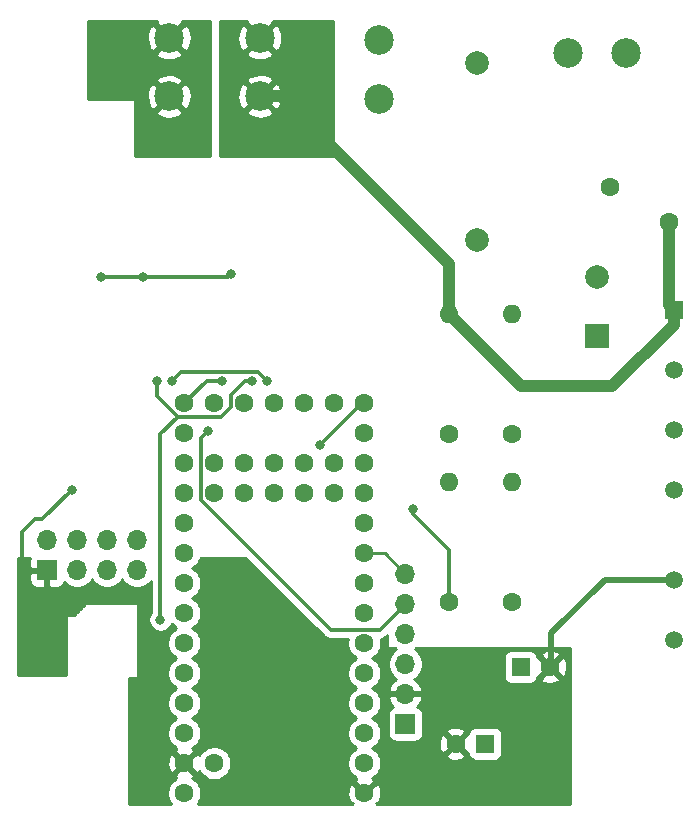
<source format=gbl>
G04 #@! TF.GenerationSoftware,KiCad,Pcbnew,(5.1.10-1-10_14)*
G04 #@! TF.CreationDate,2021-07-31T12:24:41+02:00*
G04 #@! TF.ProjectId,PowerAnalyzer_ACS71020,506f7765-7241-46e6-916c-797a65725f41,2.1*
G04 #@! TF.SameCoordinates,Original*
G04 #@! TF.FileFunction,Copper,L2,Bot*
G04 #@! TF.FilePolarity,Positive*
%FSLAX46Y46*%
G04 Gerber Fmt 4.6, Leading zero omitted, Abs format (unit mm)*
G04 Created by KiCad (PCBNEW (5.1.10-1-10_14)) date 2021-07-31 12:24:41*
%MOMM*%
%LPD*%
G01*
G04 APERTURE LIST*
G04 #@! TA.AperFunction,ComponentPad*
%ADD10O,1.700000X1.700000*%
G04 #@! TD*
G04 #@! TA.AperFunction,ComponentPad*
%ADD11R,1.700000X1.700000*%
G04 #@! TD*
G04 #@! TA.AperFunction,ComponentPad*
%ADD12C,1.600000*%
G04 #@! TD*
G04 #@! TA.AperFunction,ComponentPad*
%ADD13C,2.000000*%
G04 #@! TD*
G04 #@! TA.AperFunction,ComponentPad*
%ADD14R,1.508000X1.508000*%
G04 #@! TD*
G04 #@! TA.AperFunction,ComponentPad*
%ADD15C,1.508000*%
G04 #@! TD*
G04 #@! TA.AperFunction,ComponentPad*
%ADD16C,2.500000*%
G04 #@! TD*
G04 #@! TA.AperFunction,ComponentPad*
%ADD17R,2.000000X2.000000*%
G04 #@! TD*
G04 #@! TA.AperFunction,ComponentPad*
%ADD18O,1.600000X1.600000*%
G04 #@! TD*
G04 #@! TA.AperFunction,ComponentPad*
%ADD19R,1.600000X1.600000*%
G04 #@! TD*
G04 #@! TA.AperFunction,ViaPad*
%ADD20C,0.800000*%
G04 #@! TD*
G04 #@! TA.AperFunction,Conductor*
%ADD21C,0.500000*%
G04 #@! TD*
G04 #@! TA.AperFunction,Conductor*
%ADD22C,0.300000*%
G04 #@! TD*
G04 #@! TA.AperFunction,Conductor*
%ADD23C,0.250000*%
G04 #@! TD*
G04 #@! TA.AperFunction,Conductor*
%ADD24C,1.000000*%
G04 #@! TD*
G04 #@! TA.AperFunction,Conductor*
%ADD25C,0.254000*%
G04 #@! TD*
G04 #@! TA.AperFunction,Conductor*
%ADD26C,0.100000*%
G04 #@! TD*
G04 APERTURE END LIST*
D10*
X100000000Y-168380000D03*
X100000000Y-170920000D03*
X100000000Y-173460000D03*
X100000000Y-176000000D03*
X100000000Y-178540000D03*
D11*
X100000000Y-181080000D03*
D12*
X93980000Y-161544000D03*
X93980000Y-159004000D03*
X91440000Y-161544000D03*
X91440000Y-159004000D03*
X88900000Y-161544000D03*
X88900000Y-159004000D03*
X86360000Y-161544000D03*
X86360000Y-159004000D03*
X83820000Y-161544000D03*
X83820000Y-159004000D03*
X96520000Y-186944000D03*
X96520000Y-184404000D03*
X96520000Y-181864000D03*
X96520000Y-179324000D03*
X96520000Y-176784000D03*
X96520000Y-174244000D03*
X96520000Y-171704000D03*
X96520000Y-169164000D03*
X96520000Y-166624000D03*
X96520000Y-164084000D03*
X96520000Y-161544000D03*
X96520000Y-159004000D03*
X96520000Y-156464000D03*
X83820000Y-184404000D03*
X81280000Y-186944000D03*
X81280000Y-184404000D03*
X81280000Y-181864000D03*
X81280000Y-179324000D03*
X81280000Y-176784000D03*
X81280000Y-174244000D03*
X81280000Y-171704000D03*
X81280000Y-169164000D03*
X81280000Y-166624000D03*
X81280000Y-164084000D03*
X81280000Y-161544000D03*
X81280000Y-159004000D03*
X81280000Y-156464000D03*
X96520000Y-153924000D03*
X93980000Y-153924000D03*
X91440000Y-153924000D03*
X81280000Y-153924000D03*
X83820000Y-153924000D03*
X86360000Y-153924000D03*
X88900000Y-153924000D03*
D10*
X77270000Y-165530000D03*
X77270000Y-168070000D03*
X74730000Y-165530000D03*
X74730000Y-168070000D03*
X72190000Y-165530000D03*
X72190000Y-168070000D03*
X69650000Y-165530000D03*
D11*
X69650000Y-168070000D03*
D13*
X106045000Y-125088000D03*
X106045000Y-140088000D03*
D14*
X122700000Y-146000000D03*
D15*
X122700000Y-151080000D03*
X122700000Y-156160000D03*
X122700000Y-161240000D03*
X122700000Y-168860000D03*
X122700000Y-173940000D03*
D16*
X113730000Y-124265000D03*
X118680000Y-124265000D03*
D13*
X116205000Y-143193000D03*
D17*
X116205000Y-148193000D03*
D16*
X97790000Y-128140000D03*
X97790000Y-123190000D03*
X87668100Y-127936800D03*
X87668100Y-122986800D03*
X80010000Y-122999500D03*
X80010000Y-127949500D03*
D18*
X109000000Y-146389000D03*
D12*
X109000000Y-156549000D03*
X103660000Y-156549000D03*
D18*
X103660000Y-146389000D03*
D12*
X109000000Y-170750000D03*
D18*
X109000000Y-160590000D03*
X103660000Y-160613000D03*
D12*
X103660000Y-170773000D03*
X117300000Y-135600000D03*
X122300000Y-138600000D03*
D19*
X109750000Y-176250000D03*
D12*
X112250000Y-176250000D03*
X104250000Y-182750000D03*
D19*
X106750000Y-182750000D03*
D20*
X88250000Y-152000000D03*
X80250000Y-152000000D03*
X71750000Y-161250000D03*
X100625000Y-162875000D03*
X77750000Y-143250000D03*
X85250000Y-143000000D03*
X74250000Y-143250000D03*
X82804000Y-124968000D03*
X82804000Y-126492000D03*
X82804000Y-128016000D03*
X82804000Y-123444000D03*
X82804000Y-121920000D03*
X78232000Y-125730000D03*
X79000000Y-152000000D03*
X87000000Y-152000000D03*
X79250000Y-172250000D03*
X84900000Y-121900000D03*
X84900000Y-123400000D03*
X84900000Y-125000000D03*
X84900000Y-126500000D03*
X84900000Y-128000000D03*
X84500000Y-152000000D03*
X83250000Y-156250000D03*
X92750000Y-157500000D03*
D21*
X112355000Y-173395000D02*
X112355000Y-176403000D01*
X116890000Y-168860000D02*
X122700000Y-168860000D01*
X112355000Y-173395000D02*
X116890000Y-168860000D01*
D22*
X81000001Y-151249999D02*
X80250000Y-152000000D01*
X88250000Y-152000000D02*
X87499999Y-151249999D01*
X87499999Y-151249999D02*
X81000001Y-151249999D01*
X67500000Y-164855000D02*
X67500000Y-167250000D01*
X68320000Y-168070000D02*
X69650000Y-168070000D01*
X67500000Y-167250000D02*
X68320000Y-168070000D01*
X71750000Y-161250000D02*
X69250000Y-163750000D01*
X68605000Y-163750000D02*
X67500000Y-164855000D01*
X69250000Y-163750000D02*
X68605000Y-163750000D01*
X103660000Y-170773000D02*
X103660000Y-166360000D01*
D23*
X100625000Y-163325000D02*
X100625000Y-162875000D01*
D22*
X103660000Y-166360000D02*
X100625000Y-163325000D01*
X85000000Y-143250000D02*
X85250000Y-143000000D01*
X77750000Y-143250000D02*
X85000000Y-143250000D01*
X77750000Y-143250000D02*
X74250000Y-143250000D01*
X86434315Y-152000000D02*
X87000000Y-152000000D01*
X85209999Y-153224316D02*
X86434315Y-152000000D01*
X79000000Y-152000000D02*
X79000000Y-153346002D01*
X80727999Y-155074001D02*
X84372001Y-155074001D01*
X84372001Y-155074001D02*
X85209999Y-154236003D01*
X85209999Y-154236003D02*
X85209999Y-153224316D01*
X79250000Y-156552000D02*
X79250000Y-172250000D01*
X80727999Y-155074001D02*
X79250000Y-156552000D01*
X79000000Y-153346002D02*
X80727999Y-155074001D01*
D24*
X89435866Y-127936800D02*
X103660000Y-142160934D01*
X87668100Y-127936800D02*
X89435866Y-127936800D01*
X103660000Y-142160934D02*
X103660000Y-146389000D01*
X122300000Y-145600000D02*
X122700000Y-146000000D01*
X122300000Y-138600000D02*
X122300000Y-145600000D01*
X122700000Y-146000000D02*
X122700000Y-147300000D01*
X122700000Y-147300000D02*
X117500000Y-152500000D01*
X109771000Y-152500000D02*
X103660000Y-146389000D01*
X117500000Y-152500000D02*
X109771000Y-152500000D01*
D22*
X81280000Y-153924000D02*
X83204000Y-152000000D01*
X83204000Y-152000000D02*
X84500000Y-152000000D01*
X93667997Y-173093999D02*
X97843999Y-173093999D01*
X82669999Y-162096001D02*
X93667997Y-173093999D01*
X82669999Y-156830001D02*
X82669999Y-162096001D01*
X83250000Y-156250000D02*
X82669999Y-156830001D01*
D23*
X97843999Y-173076001D02*
X100000000Y-170920000D01*
X97843999Y-173093999D02*
X97843999Y-173076001D01*
D22*
X96326000Y-153924000D02*
X96520000Y-153924000D01*
X92750000Y-157500000D02*
X96326000Y-153924000D01*
D23*
X98244000Y-166624000D02*
X100000000Y-168380000D01*
X96520000Y-166624000D02*
X98244000Y-166624000D01*
D25*
X86534100Y-121673195D02*
X87668100Y-122807195D01*
X88802100Y-121673195D01*
X88743829Y-121539000D01*
X93873000Y-121539000D01*
X93873000Y-132969000D01*
X84328000Y-132969000D01*
X84328000Y-129250405D01*
X86534100Y-129250405D01*
X86660014Y-129540377D01*
X86992226Y-129706233D01*
X87350412Y-129804090D01*
X87720806Y-129830189D01*
X88089175Y-129783525D01*
X88441362Y-129665894D01*
X88676186Y-129540377D01*
X88802100Y-129250405D01*
X87668100Y-128116405D01*
X86534100Y-129250405D01*
X84328000Y-129250405D01*
X84328000Y-127989506D01*
X85774711Y-127989506D01*
X85821375Y-128357875D01*
X85939006Y-128710062D01*
X86064523Y-128944886D01*
X86354495Y-129070800D01*
X87488495Y-127936800D01*
X87847705Y-127936800D01*
X88981705Y-129070800D01*
X89271677Y-128944886D01*
X89437533Y-128612674D01*
X89535390Y-128254488D01*
X89561489Y-127884094D01*
X89514825Y-127515725D01*
X89397194Y-127163538D01*
X89271677Y-126928714D01*
X88981705Y-126802800D01*
X87847705Y-127936800D01*
X87488495Y-127936800D01*
X86354495Y-126802800D01*
X86064523Y-126928714D01*
X85898667Y-127260926D01*
X85800810Y-127619112D01*
X85774711Y-127989506D01*
X84328000Y-127989506D01*
X84328000Y-126623195D01*
X86534100Y-126623195D01*
X87668100Y-127757195D01*
X88802100Y-126623195D01*
X88676186Y-126333223D01*
X88343974Y-126167367D01*
X87985788Y-126069510D01*
X87615394Y-126043411D01*
X87247025Y-126090075D01*
X86894838Y-126207706D01*
X86660014Y-126333223D01*
X86534100Y-126623195D01*
X84328000Y-126623195D01*
X84328000Y-124300405D01*
X86534100Y-124300405D01*
X86660014Y-124590377D01*
X86992226Y-124756233D01*
X87350412Y-124854090D01*
X87720806Y-124880189D01*
X88089175Y-124833525D01*
X88441362Y-124715894D01*
X88676186Y-124590377D01*
X88802100Y-124300405D01*
X87668100Y-123166405D01*
X86534100Y-124300405D01*
X84328000Y-124300405D01*
X84328000Y-123039506D01*
X85774711Y-123039506D01*
X85821375Y-123407875D01*
X85939006Y-123760062D01*
X86064523Y-123994886D01*
X86354495Y-124120800D01*
X87488495Y-122986800D01*
X87847705Y-122986800D01*
X88981705Y-124120800D01*
X89271677Y-123994886D01*
X89437533Y-123662674D01*
X89535390Y-123304488D01*
X89561489Y-122934094D01*
X89514825Y-122565725D01*
X89397194Y-122213538D01*
X89271677Y-121978714D01*
X88981705Y-121852800D01*
X87847705Y-122986800D01*
X87488495Y-122986800D01*
X86354495Y-121852800D01*
X86064523Y-121978714D01*
X85898667Y-122310926D01*
X85800810Y-122669112D01*
X85774711Y-123039506D01*
X84328000Y-123039506D01*
X84328000Y-121539000D01*
X86592371Y-121539000D01*
X86534100Y-121673195D01*
G04 #@! TA.AperFunction,Conductor*
D26*
G36*
X86534100Y-121673195D02*
G01*
X87668100Y-122807195D01*
X88802100Y-121673195D01*
X88743829Y-121539000D01*
X93873000Y-121539000D01*
X93873000Y-132969000D01*
X84328000Y-132969000D01*
X84328000Y-129250405D01*
X86534100Y-129250405D01*
X86660014Y-129540377D01*
X86992226Y-129706233D01*
X87350412Y-129804090D01*
X87720806Y-129830189D01*
X88089175Y-129783525D01*
X88441362Y-129665894D01*
X88676186Y-129540377D01*
X88802100Y-129250405D01*
X87668100Y-128116405D01*
X86534100Y-129250405D01*
X84328000Y-129250405D01*
X84328000Y-127989506D01*
X85774711Y-127989506D01*
X85821375Y-128357875D01*
X85939006Y-128710062D01*
X86064523Y-128944886D01*
X86354495Y-129070800D01*
X87488495Y-127936800D01*
X87847705Y-127936800D01*
X88981705Y-129070800D01*
X89271677Y-128944886D01*
X89437533Y-128612674D01*
X89535390Y-128254488D01*
X89561489Y-127884094D01*
X89514825Y-127515725D01*
X89397194Y-127163538D01*
X89271677Y-126928714D01*
X88981705Y-126802800D01*
X87847705Y-127936800D01*
X87488495Y-127936800D01*
X86354495Y-126802800D01*
X86064523Y-126928714D01*
X85898667Y-127260926D01*
X85800810Y-127619112D01*
X85774711Y-127989506D01*
X84328000Y-127989506D01*
X84328000Y-126623195D01*
X86534100Y-126623195D01*
X87668100Y-127757195D01*
X88802100Y-126623195D01*
X88676186Y-126333223D01*
X88343974Y-126167367D01*
X87985788Y-126069510D01*
X87615394Y-126043411D01*
X87247025Y-126090075D01*
X86894838Y-126207706D01*
X86660014Y-126333223D01*
X86534100Y-126623195D01*
X84328000Y-126623195D01*
X84328000Y-124300405D01*
X86534100Y-124300405D01*
X86660014Y-124590377D01*
X86992226Y-124756233D01*
X87350412Y-124854090D01*
X87720806Y-124880189D01*
X88089175Y-124833525D01*
X88441362Y-124715894D01*
X88676186Y-124590377D01*
X88802100Y-124300405D01*
X87668100Y-123166405D01*
X86534100Y-124300405D01*
X84328000Y-124300405D01*
X84328000Y-123039506D01*
X85774711Y-123039506D01*
X85821375Y-123407875D01*
X85939006Y-123760062D01*
X86064523Y-123994886D01*
X86354495Y-124120800D01*
X87488495Y-122986800D01*
X87847705Y-122986800D01*
X88981705Y-124120800D01*
X89271677Y-123994886D01*
X89437533Y-123662674D01*
X89535390Y-123304488D01*
X89561489Y-122934094D01*
X89514825Y-122565725D01*
X89397194Y-122213538D01*
X89271677Y-121978714D01*
X88981705Y-121852800D01*
X87847705Y-122986800D01*
X87488495Y-122986800D01*
X86354495Y-121852800D01*
X86064523Y-121978714D01*
X85898667Y-122310926D01*
X85800810Y-122669112D01*
X85774711Y-123039506D01*
X84328000Y-123039506D01*
X84328000Y-121539000D01*
X86592371Y-121539000D01*
X86534100Y-121673195D01*
G37*
G04 #@! TD.AperFunction*
D25*
X78940546Y-121537249D02*
X78876000Y-121685895D01*
X80010000Y-122819895D01*
X81144000Y-121685895D01*
X81079805Y-121538059D01*
X83439000Y-121538952D01*
X83439000Y-132968952D01*
X77127000Y-132966562D01*
X77127000Y-129263105D01*
X78876000Y-129263105D01*
X79001914Y-129553077D01*
X79334126Y-129718933D01*
X79692312Y-129816790D01*
X80062706Y-129842889D01*
X80431075Y-129796225D01*
X80783262Y-129678594D01*
X81018086Y-129553077D01*
X81144000Y-129263105D01*
X80010000Y-128129105D01*
X78876000Y-129263105D01*
X77127000Y-129263105D01*
X77127000Y-128250000D01*
X77124560Y-128225224D01*
X77117333Y-128201399D01*
X77105597Y-128179443D01*
X77089803Y-128160197D01*
X77070557Y-128144403D01*
X77048601Y-128132667D01*
X77024776Y-128125440D01*
X77000000Y-128123000D01*
X73127000Y-128123000D01*
X73127000Y-128002206D01*
X78116611Y-128002206D01*
X78163275Y-128370575D01*
X78280906Y-128722762D01*
X78406423Y-128957586D01*
X78696395Y-129083500D01*
X79830395Y-127949500D01*
X80189605Y-127949500D01*
X81323605Y-129083500D01*
X81613577Y-128957586D01*
X81779433Y-128625374D01*
X81877290Y-128267188D01*
X81903389Y-127896794D01*
X81856725Y-127528425D01*
X81739094Y-127176238D01*
X81613577Y-126941414D01*
X81323605Y-126815500D01*
X80189605Y-127949500D01*
X79830395Y-127949500D01*
X78696395Y-126815500D01*
X78406423Y-126941414D01*
X78240567Y-127273626D01*
X78142710Y-127631812D01*
X78116611Y-128002206D01*
X73127000Y-128002206D01*
X73127000Y-126635895D01*
X78876000Y-126635895D01*
X80010000Y-127769895D01*
X81144000Y-126635895D01*
X81018086Y-126345923D01*
X80685874Y-126180067D01*
X80327688Y-126082210D01*
X79957294Y-126056111D01*
X79588925Y-126102775D01*
X79236738Y-126220406D01*
X79001914Y-126345923D01*
X78876000Y-126635895D01*
X73127000Y-126635895D01*
X73127000Y-124313105D01*
X78876000Y-124313105D01*
X79001914Y-124603077D01*
X79334126Y-124768933D01*
X79692312Y-124866790D01*
X80062706Y-124892889D01*
X80431075Y-124846225D01*
X80783262Y-124728594D01*
X81018086Y-124603077D01*
X81144000Y-124313105D01*
X80010000Y-123179105D01*
X78876000Y-124313105D01*
X73127000Y-124313105D01*
X73127000Y-123052206D01*
X78116611Y-123052206D01*
X78163275Y-123420575D01*
X78280906Y-123772762D01*
X78406423Y-124007586D01*
X78696395Y-124133500D01*
X79830395Y-122999500D01*
X80189605Y-122999500D01*
X81323605Y-124133500D01*
X81613577Y-124007586D01*
X81779433Y-123675374D01*
X81877290Y-123317188D01*
X81903389Y-122946794D01*
X81856725Y-122578425D01*
X81739094Y-122226238D01*
X81613577Y-121991414D01*
X81323605Y-121865500D01*
X80189605Y-122999500D01*
X79830395Y-122999500D01*
X78696395Y-121865500D01*
X78406423Y-121991414D01*
X78240567Y-122323626D01*
X78142710Y-122681812D01*
X78116611Y-123052206D01*
X73127000Y-123052206D01*
X73127000Y-121535048D01*
X78940546Y-121537249D01*
G04 #@! TA.AperFunction,Conductor*
D26*
G36*
X78940546Y-121537249D02*
G01*
X78876000Y-121685895D01*
X80010000Y-122819895D01*
X81144000Y-121685895D01*
X81079805Y-121538059D01*
X83439000Y-121538952D01*
X83439000Y-132968952D01*
X77127000Y-132966562D01*
X77127000Y-129263105D01*
X78876000Y-129263105D01*
X79001914Y-129553077D01*
X79334126Y-129718933D01*
X79692312Y-129816790D01*
X80062706Y-129842889D01*
X80431075Y-129796225D01*
X80783262Y-129678594D01*
X81018086Y-129553077D01*
X81144000Y-129263105D01*
X80010000Y-128129105D01*
X78876000Y-129263105D01*
X77127000Y-129263105D01*
X77127000Y-128250000D01*
X77124560Y-128225224D01*
X77117333Y-128201399D01*
X77105597Y-128179443D01*
X77089803Y-128160197D01*
X77070557Y-128144403D01*
X77048601Y-128132667D01*
X77024776Y-128125440D01*
X77000000Y-128123000D01*
X73127000Y-128123000D01*
X73127000Y-128002206D01*
X78116611Y-128002206D01*
X78163275Y-128370575D01*
X78280906Y-128722762D01*
X78406423Y-128957586D01*
X78696395Y-129083500D01*
X79830395Y-127949500D01*
X80189605Y-127949500D01*
X81323605Y-129083500D01*
X81613577Y-128957586D01*
X81779433Y-128625374D01*
X81877290Y-128267188D01*
X81903389Y-127896794D01*
X81856725Y-127528425D01*
X81739094Y-127176238D01*
X81613577Y-126941414D01*
X81323605Y-126815500D01*
X80189605Y-127949500D01*
X79830395Y-127949500D01*
X78696395Y-126815500D01*
X78406423Y-126941414D01*
X78240567Y-127273626D01*
X78142710Y-127631812D01*
X78116611Y-128002206D01*
X73127000Y-128002206D01*
X73127000Y-126635895D01*
X78876000Y-126635895D01*
X80010000Y-127769895D01*
X81144000Y-126635895D01*
X81018086Y-126345923D01*
X80685874Y-126180067D01*
X80327688Y-126082210D01*
X79957294Y-126056111D01*
X79588925Y-126102775D01*
X79236738Y-126220406D01*
X79001914Y-126345923D01*
X78876000Y-126635895D01*
X73127000Y-126635895D01*
X73127000Y-124313105D01*
X78876000Y-124313105D01*
X79001914Y-124603077D01*
X79334126Y-124768933D01*
X79692312Y-124866790D01*
X80062706Y-124892889D01*
X80431075Y-124846225D01*
X80783262Y-124728594D01*
X81018086Y-124603077D01*
X81144000Y-124313105D01*
X80010000Y-123179105D01*
X78876000Y-124313105D01*
X73127000Y-124313105D01*
X73127000Y-123052206D01*
X78116611Y-123052206D01*
X78163275Y-123420575D01*
X78280906Y-123772762D01*
X78406423Y-124007586D01*
X78696395Y-124133500D01*
X79830395Y-122999500D01*
X80189605Y-122999500D01*
X81323605Y-124133500D01*
X81613577Y-124007586D01*
X81779433Y-123675374D01*
X81877290Y-123317188D01*
X81903389Y-122946794D01*
X81856725Y-122578425D01*
X81739094Y-122226238D01*
X81613577Y-121991414D01*
X81323605Y-121865500D01*
X80189605Y-122999500D01*
X79830395Y-122999500D01*
X78696395Y-121865500D01*
X78406423Y-121991414D01*
X78240567Y-122323626D01*
X78142710Y-122681812D01*
X78116611Y-123052206D01*
X73127000Y-123052206D01*
X73127000Y-121535048D01*
X78940546Y-121537249D01*
G37*
G04 #@! TD.AperFunction*
D25*
X68174188Y-167095518D02*
X68161928Y-167220000D01*
X68165000Y-167784250D01*
X68323750Y-167943000D01*
X69523000Y-167943000D01*
X69523000Y-167923000D01*
X69777000Y-167923000D01*
X69777000Y-167943000D01*
X69797000Y-167943000D01*
X69797000Y-168197000D01*
X69777000Y-168197000D01*
X69777000Y-169396250D01*
X69935750Y-169555000D01*
X70500000Y-169558072D01*
X70624482Y-169545812D01*
X70744180Y-169509502D01*
X70854494Y-169450537D01*
X70951185Y-169371185D01*
X71030537Y-169274494D01*
X71089502Y-169164180D01*
X71111513Y-169091620D01*
X71243368Y-169223475D01*
X71486589Y-169385990D01*
X71756842Y-169497932D01*
X72043740Y-169555000D01*
X72336260Y-169555000D01*
X72623158Y-169497932D01*
X72893411Y-169385990D01*
X73136632Y-169223475D01*
X73343475Y-169016632D01*
X73460000Y-168842240D01*
X73576525Y-169016632D01*
X73783368Y-169223475D01*
X74026589Y-169385990D01*
X74296842Y-169497932D01*
X74583740Y-169555000D01*
X74876260Y-169555000D01*
X75163158Y-169497932D01*
X75433411Y-169385990D01*
X75676632Y-169223475D01*
X75883475Y-169016632D01*
X76000000Y-168842240D01*
X76116525Y-169016632D01*
X76323368Y-169223475D01*
X76566589Y-169385990D01*
X76836842Y-169497932D01*
X77123740Y-169555000D01*
X77416260Y-169555000D01*
X77703158Y-169497932D01*
X77973411Y-169385990D01*
X78216632Y-169223475D01*
X78423475Y-169016632D01*
X78465001Y-168954484D01*
X78465001Y-171571288D01*
X78446063Y-171590226D01*
X78332795Y-171759744D01*
X78254774Y-171948102D01*
X78215000Y-172148061D01*
X78215000Y-172351939D01*
X78254774Y-172551898D01*
X78332795Y-172740256D01*
X78446063Y-172909774D01*
X78590226Y-173053937D01*
X78759744Y-173167205D01*
X78948102Y-173245226D01*
X79148061Y-173285000D01*
X79351939Y-173285000D01*
X79551898Y-173245226D01*
X79740256Y-173167205D01*
X79909774Y-173053937D01*
X80053937Y-172909774D01*
X80167205Y-172740256D01*
X80202251Y-172655647D01*
X80365241Y-172818637D01*
X80597759Y-172974000D01*
X80365241Y-173129363D01*
X80165363Y-173329241D01*
X80008320Y-173564273D01*
X79900147Y-173825426D01*
X79845000Y-174102665D01*
X79845000Y-174385335D01*
X79900147Y-174662574D01*
X80008320Y-174923727D01*
X80165363Y-175158759D01*
X80365241Y-175358637D01*
X80597759Y-175514000D01*
X80365241Y-175669363D01*
X80165363Y-175869241D01*
X80008320Y-176104273D01*
X79900147Y-176365426D01*
X79845000Y-176642665D01*
X79845000Y-176925335D01*
X79900147Y-177202574D01*
X80008320Y-177463727D01*
X80165363Y-177698759D01*
X80365241Y-177898637D01*
X80597759Y-178054000D01*
X80365241Y-178209363D01*
X80165363Y-178409241D01*
X80008320Y-178644273D01*
X79900147Y-178905426D01*
X79845000Y-179182665D01*
X79845000Y-179465335D01*
X79900147Y-179742574D01*
X80008320Y-180003727D01*
X80165363Y-180238759D01*
X80365241Y-180438637D01*
X80597759Y-180594000D01*
X80365241Y-180749363D01*
X80165363Y-180949241D01*
X80008320Y-181184273D01*
X79900147Y-181445426D01*
X79845000Y-181722665D01*
X79845000Y-182005335D01*
X79900147Y-182282574D01*
X80008320Y-182543727D01*
X80165363Y-182778759D01*
X80365241Y-182978637D01*
X80599128Y-183134915D01*
X80538486Y-183167329D01*
X80466903Y-183411298D01*
X81280000Y-184224395D01*
X82093097Y-183411298D01*
X82021514Y-183167329D01*
X81957008Y-183136806D01*
X81959727Y-183135680D01*
X82194759Y-182978637D01*
X82394637Y-182778759D01*
X82551680Y-182543727D01*
X82659853Y-182282574D01*
X82715000Y-182005335D01*
X82715000Y-181722665D01*
X82659853Y-181445426D01*
X82551680Y-181184273D01*
X82394637Y-180949241D01*
X82194759Y-180749363D01*
X81962241Y-180594000D01*
X82194759Y-180438637D01*
X82394637Y-180238759D01*
X82551680Y-180003727D01*
X82659853Y-179742574D01*
X82715000Y-179465335D01*
X82715000Y-179182665D01*
X82659853Y-178905426D01*
X82551680Y-178644273D01*
X82394637Y-178409241D01*
X82194759Y-178209363D01*
X81962241Y-178054000D01*
X82194759Y-177898637D01*
X82394637Y-177698759D01*
X82551680Y-177463727D01*
X82659853Y-177202574D01*
X82715000Y-176925335D01*
X82715000Y-176642665D01*
X82659853Y-176365426D01*
X82551680Y-176104273D01*
X82394637Y-175869241D01*
X82194759Y-175669363D01*
X81962241Y-175514000D01*
X82194759Y-175358637D01*
X82394637Y-175158759D01*
X82551680Y-174923727D01*
X82659853Y-174662574D01*
X82715000Y-174385335D01*
X82715000Y-174102665D01*
X82659853Y-173825426D01*
X82551680Y-173564273D01*
X82394637Y-173329241D01*
X82194759Y-173129363D01*
X81962241Y-172974000D01*
X82194759Y-172818637D01*
X82394637Y-172618759D01*
X82551680Y-172383727D01*
X82659853Y-172122574D01*
X82715000Y-171845335D01*
X82715000Y-171562665D01*
X82659853Y-171285426D01*
X82551680Y-171024273D01*
X82394637Y-170789241D01*
X82194759Y-170589363D01*
X81962241Y-170434000D01*
X82194759Y-170278637D01*
X82394637Y-170078759D01*
X82551680Y-169843727D01*
X82659853Y-169582574D01*
X82715000Y-169305335D01*
X82715000Y-169022665D01*
X82659853Y-168745426D01*
X82551680Y-168484273D01*
X82394637Y-168249241D01*
X82194759Y-168049363D01*
X81962241Y-167894000D01*
X82194759Y-167738637D01*
X82394637Y-167538759D01*
X82551680Y-167303727D01*
X82659853Y-167042574D01*
X82670170Y-166990709D01*
X86456047Y-166992206D01*
X93085655Y-173621815D01*
X93110233Y-173651763D01*
X93140181Y-173676341D01*
X93140184Y-173676344D01*
X93169556Y-173700449D01*
X93229764Y-173749861D01*
X93350405Y-173814344D01*
X93366137Y-173822753D01*
X93514110Y-173867641D01*
X93589023Y-173875019D01*
X93629436Y-173878999D01*
X93629441Y-173878999D01*
X93667997Y-173882796D01*
X93706552Y-173878999D01*
X95129491Y-173878999D01*
X95085000Y-174102665D01*
X95085000Y-174385335D01*
X95140147Y-174662574D01*
X95248320Y-174923727D01*
X95405363Y-175158759D01*
X95605241Y-175358637D01*
X95837759Y-175514000D01*
X95605241Y-175669363D01*
X95405363Y-175869241D01*
X95248320Y-176104273D01*
X95140147Y-176365426D01*
X95085000Y-176642665D01*
X95085000Y-176925335D01*
X95140147Y-177202574D01*
X95248320Y-177463727D01*
X95405363Y-177698759D01*
X95605241Y-177898637D01*
X95837759Y-178054000D01*
X95605241Y-178209363D01*
X95405363Y-178409241D01*
X95248320Y-178644273D01*
X95140147Y-178905426D01*
X95085000Y-179182665D01*
X95085000Y-179465335D01*
X95140147Y-179742574D01*
X95248320Y-180003727D01*
X95405363Y-180238759D01*
X95605241Y-180438637D01*
X95837759Y-180594000D01*
X95605241Y-180749363D01*
X95405363Y-180949241D01*
X95248320Y-181184273D01*
X95140147Y-181445426D01*
X95085000Y-181722665D01*
X95085000Y-182005335D01*
X95140147Y-182282574D01*
X95248320Y-182543727D01*
X95405363Y-182778759D01*
X95605241Y-182978637D01*
X95837759Y-183134000D01*
X95605241Y-183289363D01*
X95405363Y-183489241D01*
X95248320Y-183724273D01*
X95140147Y-183985426D01*
X95085000Y-184262665D01*
X95085000Y-184545335D01*
X95140147Y-184822574D01*
X95248320Y-185083727D01*
X95405363Y-185318759D01*
X95605241Y-185518637D01*
X95839128Y-185674915D01*
X95778486Y-185707329D01*
X95706903Y-185951298D01*
X96520000Y-186764395D01*
X97333097Y-185951298D01*
X97261514Y-185707329D01*
X97197008Y-185676806D01*
X97199727Y-185675680D01*
X97434759Y-185518637D01*
X97634637Y-185318759D01*
X97791680Y-185083727D01*
X97899853Y-184822574D01*
X97955000Y-184545335D01*
X97955000Y-184262665D01*
X97899853Y-183985426D01*
X97799314Y-183742702D01*
X103436903Y-183742702D01*
X103508486Y-183986671D01*
X103763996Y-184107571D01*
X104038184Y-184176300D01*
X104320512Y-184190217D01*
X104600130Y-184148787D01*
X104866292Y-184053603D01*
X104991514Y-183986671D01*
X105063097Y-183742702D01*
X104250000Y-182929605D01*
X103436903Y-183742702D01*
X97799314Y-183742702D01*
X97791680Y-183724273D01*
X97634637Y-183489241D01*
X97434759Y-183289363D01*
X97202241Y-183134000D01*
X97434759Y-182978637D01*
X97592884Y-182820512D01*
X102809783Y-182820512D01*
X102851213Y-183100130D01*
X102946397Y-183366292D01*
X103013329Y-183491514D01*
X103257298Y-183563097D01*
X104070395Y-182750000D01*
X104429605Y-182750000D01*
X105242702Y-183563097D01*
X105311928Y-183542785D01*
X105311928Y-183550000D01*
X105324188Y-183674482D01*
X105360498Y-183794180D01*
X105419463Y-183904494D01*
X105498815Y-184001185D01*
X105595506Y-184080537D01*
X105705820Y-184139502D01*
X105825518Y-184175812D01*
X105950000Y-184188072D01*
X107550000Y-184188072D01*
X107674482Y-184175812D01*
X107794180Y-184139502D01*
X107904494Y-184080537D01*
X108001185Y-184001185D01*
X108080537Y-183904494D01*
X108139502Y-183794180D01*
X108175812Y-183674482D01*
X108188072Y-183550000D01*
X108188072Y-181950000D01*
X108175812Y-181825518D01*
X108139502Y-181705820D01*
X108080537Y-181595506D01*
X108001185Y-181498815D01*
X107904494Y-181419463D01*
X107794180Y-181360498D01*
X107674482Y-181324188D01*
X107550000Y-181311928D01*
X105950000Y-181311928D01*
X105825518Y-181324188D01*
X105705820Y-181360498D01*
X105595506Y-181419463D01*
X105498815Y-181498815D01*
X105419463Y-181595506D01*
X105360498Y-181705820D01*
X105324188Y-181825518D01*
X105311928Y-181950000D01*
X105311928Y-181957215D01*
X105242702Y-181936903D01*
X104429605Y-182750000D01*
X104070395Y-182750000D01*
X103257298Y-181936903D01*
X103013329Y-182008486D01*
X102892429Y-182263996D01*
X102823700Y-182538184D01*
X102809783Y-182820512D01*
X97592884Y-182820512D01*
X97634637Y-182778759D01*
X97791680Y-182543727D01*
X97899853Y-182282574D01*
X97955000Y-182005335D01*
X97955000Y-181722665D01*
X97899853Y-181445426D01*
X97791680Y-181184273D01*
X97634637Y-180949241D01*
X97434759Y-180749363D01*
X97202241Y-180594000D01*
X97434759Y-180438637D01*
X97634637Y-180238759D01*
X97640489Y-180230000D01*
X98511928Y-180230000D01*
X98511928Y-181930000D01*
X98524188Y-182054482D01*
X98560498Y-182174180D01*
X98619463Y-182284494D01*
X98698815Y-182381185D01*
X98795506Y-182460537D01*
X98905820Y-182519502D01*
X99025518Y-182555812D01*
X99150000Y-182568072D01*
X100850000Y-182568072D01*
X100974482Y-182555812D01*
X101094180Y-182519502D01*
X101204494Y-182460537D01*
X101301185Y-182381185D01*
X101380537Y-182284494D01*
X101439502Y-182174180D01*
X101475812Y-182054482D01*
X101488072Y-181930000D01*
X101488072Y-181757298D01*
X103436903Y-181757298D01*
X104250000Y-182570395D01*
X105063097Y-181757298D01*
X104991514Y-181513329D01*
X104736004Y-181392429D01*
X104461816Y-181323700D01*
X104179488Y-181309783D01*
X103899870Y-181351213D01*
X103633708Y-181446397D01*
X103508486Y-181513329D01*
X103436903Y-181757298D01*
X101488072Y-181757298D01*
X101488072Y-180230000D01*
X101475812Y-180105518D01*
X101439502Y-179985820D01*
X101380537Y-179875506D01*
X101301185Y-179778815D01*
X101204494Y-179699463D01*
X101094180Y-179640498D01*
X101013534Y-179616034D01*
X101097588Y-179540269D01*
X101271641Y-179306920D01*
X101396825Y-179044099D01*
X101441476Y-178896890D01*
X101320155Y-178667000D01*
X100127000Y-178667000D01*
X100127000Y-178687000D01*
X99873000Y-178687000D01*
X99873000Y-178667000D01*
X98679845Y-178667000D01*
X98558524Y-178896890D01*
X98603175Y-179044099D01*
X98728359Y-179306920D01*
X98902412Y-179540269D01*
X98986466Y-179616034D01*
X98905820Y-179640498D01*
X98795506Y-179699463D01*
X98698815Y-179778815D01*
X98619463Y-179875506D01*
X98560498Y-179985820D01*
X98524188Y-180105518D01*
X98511928Y-180230000D01*
X97640489Y-180230000D01*
X97791680Y-180003727D01*
X97899853Y-179742574D01*
X97955000Y-179465335D01*
X97955000Y-179182665D01*
X97899853Y-178905426D01*
X97791680Y-178644273D01*
X97634637Y-178409241D01*
X97434759Y-178209363D01*
X97202241Y-178054000D01*
X97434759Y-177898637D01*
X97634637Y-177698759D01*
X97791680Y-177463727D01*
X97899853Y-177202574D01*
X97955000Y-176925335D01*
X97955000Y-176642665D01*
X97899853Y-176365426D01*
X97791680Y-176104273D01*
X97634637Y-175869241D01*
X97434759Y-175669363D01*
X97202241Y-175514000D01*
X97434759Y-175358637D01*
X97634637Y-175158759D01*
X97791680Y-174923727D01*
X97899853Y-174662574D01*
X97955000Y-174385335D01*
X97955000Y-174102665D01*
X97909972Y-173876299D01*
X97997886Y-173867640D01*
X98145859Y-173822753D01*
X98282232Y-173749861D01*
X98401763Y-173651763D01*
X98470556Y-173567940D01*
X98473000Y-174500333D01*
X98475506Y-174525103D01*
X98482795Y-174548908D01*
X98494589Y-174570834D01*
X98510433Y-174590038D01*
X98529720Y-174605781D01*
X98551707Y-174617460D01*
X98575550Y-174624624D01*
X98600000Y-174627000D01*
X99073610Y-174627000D01*
X99227760Y-174730000D01*
X99053368Y-174846525D01*
X98846525Y-175053368D01*
X98684010Y-175296589D01*
X98572068Y-175566842D01*
X98515000Y-175853740D01*
X98515000Y-176146260D01*
X98572068Y-176433158D01*
X98684010Y-176703411D01*
X98846525Y-176946632D01*
X99053368Y-177153475D01*
X99235534Y-177275195D01*
X99118645Y-177344822D01*
X98902412Y-177539731D01*
X98728359Y-177773080D01*
X98603175Y-178035901D01*
X98558524Y-178183110D01*
X98679845Y-178413000D01*
X99873000Y-178413000D01*
X99873000Y-178393000D01*
X100127000Y-178393000D01*
X100127000Y-178413000D01*
X101320155Y-178413000D01*
X101441476Y-178183110D01*
X101396825Y-178035901D01*
X101271641Y-177773080D01*
X101097588Y-177539731D01*
X100881355Y-177344822D01*
X100764466Y-177275195D01*
X100946632Y-177153475D01*
X101153475Y-176946632D01*
X101315990Y-176703411D01*
X101427932Y-176433158D01*
X101485000Y-176146260D01*
X101485000Y-175853740D01*
X101427932Y-175566842D01*
X101379535Y-175450000D01*
X108311928Y-175450000D01*
X108311928Y-177050000D01*
X108324188Y-177174482D01*
X108360498Y-177294180D01*
X108419463Y-177404494D01*
X108498815Y-177501185D01*
X108595506Y-177580537D01*
X108705820Y-177639502D01*
X108825518Y-177675812D01*
X108950000Y-177688072D01*
X110550000Y-177688072D01*
X110674482Y-177675812D01*
X110794180Y-177639502D01*
X110904494Y-177580537D01*
X111001185Y-177501185D01*
X111080537Y-177404494D01*
X111139502Y-177294180D01*
X111155117Y-177242702D01*
X111436903Y-177242702D01*
X111508486Y-177486671D01*
X111763996Y-177607571D01*
X112038184Y-177676300D01*
X112320512Y-177690217D01*
X112600130Y-177648787D01*
X112866292Y-177553603D01*
X112991514Y-177486671D01*
X113063097Y-177242702D01*
X112250000Y-176429605D01*
X111436903Y-177242702D01*
X111155117Y-177242702D01*
X111175812Y-177174482D01*
X111188072Y-177050000D01*
X111188072Y-177042785D01*
X111257298Y-177063097D01*
X112070395Y-176250000D01*
X112429605Y-176250000D01*
X113242702Y-177063097D01*
X113486671Y-176991514D01*
X113607571Y-176736004D01*
X113676300Y-176461816D01*
X113690217Y-176179488D01*
X113648787Y-175899870D01*
X113553603Y-175633708D01*
X113486671Y-175508486D01*
X113242702Y-175436903D01*
X112429605Y-176250000D01*
X112070395Y-176250000D01*
X111257298Y-175436903D01*
X111188072Y-175457215D01*
X111188072Y-175450000D01*
X111175812Y-175325518D01*
X111155118Y-175257298D01*
X111436903Y-175257298D01*
X112250000Y-176070395D01*
X113063097Y-175257298D01*
X112991514Y-175013329D01*
X112736004Y-174892429D01*
X112461816Y-174823700D01*
X112179488Y-174809783D01*
X111899870Y-174851213D01*
X111633708Y-174946397D01*
X111508486Y-175013329D01*
X111436903Y-175257298D01*
X111155118Y-175257298D01*
X111139502Y-175205820D01*
X111080537Y-175095506D01*
X111001185Y-174998815D01*
X110904494Y-174919463D01*
X110794180Y-174860498D01*
X110674482Y-174824188D01*
X110550000Y-174811928D01*
X108950000Y-174811928D01*
X108825518Y-174824188D01*
X108705820Y-174860498D01*
X108595506Y-174919463D01*
X108498815Y-174998815D01*
X108419463Y-175095506D01*
X108360498Y-175205820D01*
X108324188Y-175325518D01*
X108311928Y-175450000D01*
X101379535Y-175450000D01*
X101315990Y-175296589D01*
X101153475Y-175053368D01*
X100946632Y-174846525D01*
X100772240Y-174730000D01*
X100926390Y-174627000D01*
X113973000Y-174627000D01*
X113973000Y-187840000D01*
X97595607Y-187840000D01*
X97512704Y-187757097D01*
X97756671Y-187685514D01*
X97877571Y-187430004D01*
X97946300Y-187155816D01*
X97960217Y-186873488D01*
X97918787Y-186593870D01*
X97823603Y-186327708D01*
X97756671Y-186202486D01*
X97512702Y-186130903D01*
X96699605Y-186944000D01*
X96713748Y-186958143D01*
X96534143Y-187137748D01*
X96520000Y-187123605D01*
X96505858Y-187137748D01*
X96326253Y-186958143D01*
X96340395Y-186944000D01*
X95527298Y-186130903D01*
X95283329Y-186202486D01*
X95162429Y-186457996D01*
X95093700Y-186732184D01*
X95079783Y-187014512D01*
X95121213Y-187294130D01*
X95216397Y-187560292D01*
X95283329Y-187685514D01*
X95527296Y-187757097D01*
X95444393Y-187840000D01*
X82407171Y-187840000D01*
X82551680Y-187623727D01*
X82659853Y-187362574D01*
X82715000Y-187085335D01*
X82715000Y-186802665D01*
X82659853Y-186525426D01*
X82551680Y-186264273D01*
X82394637Y-186029241D01*
X82194759Y-185829363D01*
X81960872Y-185673085D01*
X82021514Y-185640671D01*
X82093097Y-185396702D01*
X81280000Y-184583605D01*
X80466903Y-185396702D01*
X80538486Y-185640671D01*
X80602992Y-185671194D01*
X80600273Y-185672320D01*
X80365241Y-185829363D01*
X80165363Y-186029241D01*
X80008320Y-186264273D01*
X79900147Y-186525426D01*
X79845000Y-186802665D01*
X79845000Y-187085335D01*
X79900147Y-187362574D01*
X80008320Y-187623727D01*
X80152829Y-187840000D01*
X76627000Y-187840000D01*
X76627000Y-184474512D01*
X79839783Y-184474512D01*
X79881213Y-184754130D01*
X79976397Y-185020292D01*
X80043329Y-185145514D01*
X80287298Y-185217097D01*
X81100395Y-184404000D01*
X81459605Y-184404000D01*
X82272702Y-185217097D01*
X82516671Y-185145514D01*
X82547194Y-185081008D01*
X82548320Y-185083727D01*
X82705363Y-185318759D01*
X82905241Y-185518637D01*
X83140273Y-185675680D01*
X83401426Y-185783853D01*
X83678665Y-185839000D01*
X83961335Y-185839000D01*
X84238574Y-185783853D01*
X84499727Y-185675680D01*
X84734759Y-185518637D01*
X84934637Y-185318759D01*
X85091680Y-185083727D01*
X85199853Y-184822574D01*
X85255000Y-184545335D01*
X85255000Y-184262665D01*
X85199853Y-183985426D01*
X85091680Y-183724273D01*
X84934637Y-183489241D01*
X84734759Y-183289363D01*
X84499727Y-183132320D01*
X84238574Y-183024147D01*
X83961335Y-182969000D01*
X83678665Y-182969000D01*
X83401426Y-183024147D01*
X83140273Y-183132320D01*
X82905241Y-183289363D01*
X82705363Y-183489241D01*
X82549085Y-183723128D01*
X82516671Y-183662486D01*
X82272702Y-183590903D01*
X81459605Y-184404000D01*
X81100395Y-184404000D01*
X80287298Y-183590903D01*
X80043329Y-183662486D01*
X79922429Y-183917996D01*
X79853700Y-184192184D01*
X79839783Y-184474512D01*
X76627000Y-184474512D01*
X76627000Y-177165000D01*
X77216000Y-177165000D01*
X77240776Y-177162560D01*
X77264601Y-177155333D01*
X77286557Y-177143597D01*
X77305803Y-177127803D01*
X77321597Y-177108557D01*
X77333333Y-177086601D01*
X77340560Y-177062776D01*
X77343000Y-177038000D01*
X77343000Y-170942000D01*
X77340560Y-170917224D01*
X77333333Y-170893399D01*
X77321597Y-170871443D01*
X77305803Y-170852197D01*
X77286557Y-170836403D01*
X77264601Y-170824667D01*
X77240776Y-170817440D01*
X77216000Y-170815000D01*
X72898000Y-170815000D01*
X72873224Y-170817440D01*
X72849399Y-170824667D01*
X72827443Y-170836403D01*
X72808197Y-170852197D01*
X72792403Y-170871443D01*
X72780667Y-170893399D01*
X72773440Y-170917224D01*
X72771000Y-170942000D01*
X72771000Y-171069000D01*
X72644000Y-171069000D01*
X72619224Y-171071440D01*
X72595399Y-171078667D01*
X72573443Y-171090403D01*
X72554197Y-171106197D01*
X72538403Y-171125443D01*
X72526667Y-171147399D01*
X72519440Y-171171224D01*
X72517000Y-171196000D01*
X72517000Y-171323000D01*
X72390000Y-171323000D01*
X72365224Y-171325440D01*
X72341399Y-171332667D01*
X72319443Y-171344403D01*
X72300197Y-171360197D01*
X72284403Y-171379443D01*
X72272667Y-171401399D01*
X72265440Y-171425224D01*
X72263000Y-171450000D01*
X72263000Y-171577000D01*
X72136000Y-171577000D01*
X72111224Y-171579440D01*
X72087399Y-171586667D01*
X72065443Y-171598403D01*
X72046197Y-171614197D01*
X72030403Y-171633443D01*
X72018667Y-171655399D01*
X72011440Y-171679224D01*
X72009000Y-171704000D01*
X72009000Y-171831000D01*
X71374000Y-171831000D01*
X71349224Y-171833440D01*
X71325399Y-171840667D01*
X71303443Y-171852403D01*
X71284197Y-171868197D01*
X71268403Y-171887443D01*
X71256667Y-171909399D01*
X71249440Y-171933224D01*
X71247000Y-171958000D01*
X71247000Y-176973000D01*
X67208000Y-176973000D01*
X67208000Y-168920000D01*
X68161928Y-168920000D01*
X68174188Y-169044482D01*
X68210498Y-169164180D01*
X68269463Y-169274494D01*
X68348815Y-169371185D01*
X68445506Y-169450537D01*
X68555820Y-169509502D01*
X68675518Y-169545812D01*
X68800000Y-169558072D01*
X69364250Y-169555000D01*
X69523000Y-169396250D01*
X69523000Y-168197000D01*
X68323750Y-168197000D01*
X68165000Y-168355750D01*
X68161928Y-168920000D01*
X67208000Y-168920000D01*
X67208000Y-166987000D01*
X68207107Y-166987000D01*
X68174188Y-167095518D01*
G04 #@! TA.AperFunction,Conductor*
D26*
G36*
X68174188Y-167095518D02*
G01*
X68161928Y-167220000D01*
X68165000Y-167784250D01*
X68323750Y-167943000D01*
X69523000Y-167943000D01*
X69523000Y-167923000D01*
X69777000Y-167923000D01*
X69777000Y-167943000D01*
X69797000Y-167943000D01*
X69797000Y-168197000D01*
X69777000Y-168197000D01*
X69777000Y-169396250D01*
X69935750Y-169555000D01*
X70500000Y-169558072D01*
X70624482Y-169545812D01*
X70744180Y-169509502D01*
X70854494Y-169450537D01*
X70951185Y-169371185D01*
X71030537Y-169274494D01*
X71089502Y-169164180D01*
X71111513Y-169091620D01*
X71243368Y-169223475D01*
X71486589Y-169385990D01*
X71756842Y-169497932D01*
X72043740Y-169555000D01*
X72336260Y-169555000D01*
X72623158Y-169497932D01*
X72893411Y-169385990D01*
X73136632Y-169223475D01*
X73343475Y-169016632D01*
X73460000Y-168842240D01*
X73576525Y-169016632D01*
X73783368Y-169223475D01*
X74026589Y-169385990D01*
X74296842Y-169497932D01*
X74583740Y-169555000D01*
X74876260Y-169555000D01*
X75163158Y-169497932D01*
X75433411Y-169385990D01*
X75676632Y-169223475D01*
X75883475Y-169016632D01*
X76000000Y-168842240D01*
X76116525Y-169016632D01*
X76323368Y-169223475D01*
X76566589Y-169385990D01*
X76836842Y-169497932D01*
X77123740Y-169555000D01*
X77416260Y-169555000D01*
X77703158Y-169497932D01*
X77973411Y-169385990D01*
X78216632Y-169223475D01*
X78423475Y-169016632D01*
X78465001Y-168954484D01*
X78465001Y-171571288D01*
X78446063Y-171590226D01*
X78332795Y-171759744D01*
X78254774Y-171948102D01*
X78215000Y-172148061D01*
X78215000Y-172351939D01*
X78254774Y-172551898D01*
X78332795Y-172740256D01*
X78446063Y-172909774D01*
X78590226Y-173053937D01*
X78759744Y-173167205D01*
X78948102Y-173245226D01*
X79148061Y-173285000D01*
X79351939Y-173285000D01*
X79551898Y-173245226D01*
X79740256Y-173167205D01*
X79909774Y-173053937D01*
X80053937Y-172909774D01*
X80167205Y-172740256D01*
X80202251Y-172655647D01*
X80365241Y-172818637D01*
X80597759Y-172974000D01*
X80365241Y-173129363D01*
X80165363Y-173329241D01*
X80008320Y-173564273D01*
X79900147Y-173825426D01*
X79845000Y-174102665D01*
X79845000Y-174385335D01*
X79900147Y-174662574D01*
X80008320Y-174923727D01*
X80165363Y-175158759D01*
X80365241Y-175358637D01*
X80597759Y-175514000D01*
X80365241Y-175669363D01*
X80165363Y-175869241D01*
X80008320Y-176104273D01*
X79900147Y-176365426D01*
X79845000Y-176642665D01*
X79845000Y-176925335D01*
X79900147Y-177202574D01*
X80008320Y-177463727D01*
X80165363Y-177698759D01*
X80365241Y-177898637D01*
X80597759Y-178054000D01*
X80365241Y-178209363D01*
X80165363Y-178409241D01*
X80008320Y-178644273D01*
X79900147Y-178905426D01*
X79845000Y-179182665D01*
X79845000Y-179465335D01*
X79900147Y-179742574D01*
X80008320Y-180003727D01*
X80165363Y-180238759D01*
X80365241Y-180438637D01*
X80597759Y-180594000D01*
X80365241Y-180749363D01*
X80165363Y-180949241D01*
X80008320Y-181184273D01*
X79900147Y-181445426D01*
X79845000Y-181722665D01*
X79845000Y-182005335D01*
X79900147Y-182282574D01*
X80008320Y-182543727D01*
X80165363Y-182778759D01*
X80365241Y-182978637D01*
X80599128Y-183134915D01*
X80538486Y-183167329D01*
X80466903Y-183411298D01*
X81280000Y-184224395D01*
X82093097Y-183411298D01*
X82021514Y-183167329D01*
X81957008Y-183136806D01*
X81959727Y-183135680D01*
X82194759Y-182978637D01*
X82394637Y-182778759D01*
X82551680Y-182543727D01*
X82659853Y-182282574D01*
X82715000Y-182005335D01*
X82715000Y-181722665D01*
X82659853Y-181445426D01*
X82551680Y-181184273D01*
X82394637Y-180949241D01*
X82194759Y-180749363D01*
X81962241Y-180594000D01*
X82194759Y-180438637D01*
X82394637Y-180238759D01*
X82551680Y-180003727D01*
X82659853Y-179742574D01*
X82715000Y-179465335D01*
X82715000Y-179182665D01*
X82659853Y-178905426D01*
X82551680Y-178644273D01*
X82394637Y-178409241D01*
X82194759Y-178209363D01*
X81962241Y-178054000D01*
X82194759Y-177898637D01*
X82394637Y-177698759D01*
X82551680Y-177463727D01*
X82659853Y-177202574D01*
X82715000Y-176925335D01*
X82715000Y-176642665D01*
X82659853Y-176365426D01*
X82551680Y-176104273D01*
X82394637Y-175869241D01*
X82194759Y-175669363D01*
X81962241Y-175514000D01*
X82194759Y-175358637D01*
X82394637Y-175158759D01*
X82551680Y-174923727D01*
X82659853Y-174662574D01*
X82715000Y-174385335D01*
X82715000Y-174102665D01*
X82659853Y-173825426D01*
X82551680Y-173564273D01*
X82394637Y-173329241D01*
X82194759Y-173129363D01*
X81962241Y-172974000D01*
X82194759Y-172818637D01*
X82394637Y-172618759D01*
X82551680Y-172383727D01*
X82659853Y-172122574D01*
X82715000Y-171845335D01*
X82715000Y-171562665D01*
X82659853Y-171285426D01*
X82551680Y-171024273D01*
X82394637Y-170789241D01*
X82194759Y-170589363D01*
X81962241Y-170434000D01*
X82194759Y-170278637D01*
X82394637Y-170078759D01*
X82551680Y-169843727D01*
X82659853Y-169582574D01*
X82715000Y-169305335D01*
X82715000Y-169022665D01*
X82659853Y-168745426D01*
X82551680Y-168484273D01*
X82394637Y-168249241D01*
X82194759Y-168049363D01*
X81962241Y-167894000D01*
X82194759Y-167738637D01*
X82394637Y-167538759D01*
X82551680Y-167303727D01*
X82659853Y-167042574D01*
X82670170Y-166990709D01*
X86456047Y-166992206D01*
X93085655Y-173621815D01*
X93110233Y-173651763D01*
X93140181Y-173676341D01*
X93140184Y-173676344D01*
X93169556Y-173700449D01*
X93229764Y-173749861D01*
X93350405Y-173814344D01*
X93366137Y-173822753D01*
X93514110Y-173867641D01*
X93589023Y-173875019D01*
X93629436Y-173878999D01*
X93629441Y-173878999D01*
X93667997Y-173882796D01*
X93706552Y-173878999D01*
X95129491Y-173878999D01*
X95085000Y-174102665D01*
X95085000Y-174385335D01*
X95140147Y-174662574D01*
X95248320Y-174923727D01*
X95405363Y-175158759D01*
X95605241Y-175358637D01*
X95837759Y-175514000D01*
X95605241Y-175669363D01*
X95405363Y-175869241D01*
X95248320Y-176104273D01*
X95140147Y-176365426D01*
X95085000Y-176642665D01*
X95085000Y-176925335D01*
X95140147Y-177202574D01*
X95248320Y-177463727D01*
X95405363Y-177698759D01*
X95605241Y-177898637D01*
X95837759Y-178054000D01*
X95605241Y-178209363D01*
X95405363Y-178409241D01*
X95248320Y-178644273D01*
X95140147Y-178905426D01*
X95085000Y-179182665D01*
X95085000Y-179465335D01*
X95140147Y-179742574D01*
X95248320Y-180003727D01*
X95405363Y-180238759D01*
X95605241Y-180438637D01*
X95837759Y-180594000D01*
X95605241Y-180749363D01*
X95405363Y-180949241D01*
X95248320Y-181184273D01*
X95140147Y-181445426D01*
X95085000Y-181722665D01*
X95085000Y-182005335D01*
X95140147Y-182282574D01*
X95248320Y-182543727D01*
X95405363Y-182778759D01*
X95605241Y-182978637D01*
X95837759Y-183134000D01*
X95605241Y-183289363D01*
X95405363Y-183489241D01*
X95248320Y-183724273D01*
X95140147Y-183985426D01*
X95085000Y-184262665D01*
X95085000Y-184545335D01*
X95140147Y-184822574D01*
X95248320Y-185083727D01*
X95405363Y-185318759D01*
X95605241Y-185518637D01*
X95839128Y-185674915D01*
X95778486Y-185707329D01*
X95706903Y-185951298D01*
X96520000Y-186764395D01*
X97333097Y-185951298D01*
X97261514Y-185707329D01*
X97197008Y-185676806D01*
X97199727Y-185675680D01*
X97434759Y-185518637D01*
X97634637Y-185318759D01*
X97791680Y-185083727D01*
X97899853Y-184822574D01*
X97955000Y-184545335D01*
X97955000Y-184262665D01*
X97899853Y-183985426D01*
X97799314Y-183742702D01*
X103436903Y-183742702D01*
X103508486Y-183986671D01*
X103763996Y-184107571D01*
X104038184Y-184176300D01*
X104320512Y-184190217D01*
X104600130Y-184148787D01*
X104866292Y-184053603D01*
X104991514Y-183986671D01*
X105063097Y-183742702D01*
X104250000Y-182929605D01*
X103436903Y-183742702D01*
X97799314Y-183742702D01*
X97791680Y-183724273D01*
X97634637Y-183489241D01*
X97434759Y-183289363D01*
X97202241Y-183134000D01*
X97434759Y-182978637D01*
X97592884Y-182820512D01*
X102809783Y-182820512D01*
X102851213Y-183100130D01*
X102946397Y-183366292D01*
X103013329Y-183491514D01*
X103257298Y-183563097D01*
X104070395Y-182750000D01*
X104429605Y-182750000D01*
X105242702Y-183563097D01*
X105311928Y-183542785D01*
X105311928Y-183550000D01*
X105324188Y-183674482D01*
X105360498Y-183794180D01*
X105419463Y-183904494D01*
X105498815Y-184001185D01*
X105595506Y-184080537D01*
X105705820Y-184139502D01*
X105825518Y-184175812D01*
X105950000Y-184188072D01*
X107550000Y-184188072D01*
X107674482Y-184175812D01*
X107794180Y-184139502D01*
X107904494Y-184080537D01*
X108001185Y-184001185D01*
X108080537Y-183904494D01*
X108139502Y-183794180D01*
X108175812Y-183674482D01*
X108188072Y-183550000D01*
X108188072Y-181950000D01*
X108175812Y-181825518D01*
X108139502Y-181705820D01*
X108080537Y-181595506D01*
X108001185Y-181498815D01*
X107904494Y-181419463D01*
X107794180Y-181360498D01*
X107674482Y-181324188D01*
X107550000Y-181311928D01*
X105950000Y-181311928D01*
X105825518Y-181324188D01*
X105705820Y-181360498D01*
X105595506Y-181419463D01*
X105498815Y-181498815D01*
X105419463Y-181595506D01*
X105360498Y-181705820D01*
X105324188Y-181825518D01*
X105311928Y-181950000D01*
X105311928Y-181957215D01*
X105242702Y-181936903D01*
X104429605Y-182750000D01*
X104070395Y-182750000D01*
X103257298Y-181936903D01*
X103013329Y-182008486D01*
X102892429Y-182263996D01*
X102823700Y-182538184D01*
X102809783Y-182820512D01*
X97592884Y-182820512D01*
X97634637Y-182778759D01*
X97791680Y-182543727D01*
X97899853Y-182282574D01*
X97955000Y-182005335D01*
X97955000Y-181722665D01*
X97899853Y-181445426D01*
X97791680Y-181184273D01*
X97634637Y-180949241D01*
X97434759Y-180749363D01*
X97202241Y-180594000D01*
X97434759Y-180438637D01*
X97634637Y-180238759D01*
X97640489Y-180230000D01*
X98511928Y-180230000D01*
X98511928Y-181930000D01*
X98524188Y-182054482D01*
X98560498Y-182174180D01*
X98619463Y-182284494D01*
X98698815Y-182381185D01*
X98795506Y-182460537D01*
X98905820Y-182519502D01*
X99025518Y-182555812D01*
X99150000Y-182568072D01*
X100850000Y-182568072D01*
X100974482Y-182555812D01*
X101094180Y-182519502D01*
X101204494Y-182460537D01*
X101301185Y-182381185D01*
X101380537Y-182284494D01*
X101439502Y-182174180D01*
X101475812Y-182054482D01*
X101488072Y-181930000D01*
X101488072Y-181757298D01*
X103436903Y-181757298D01*
X104250000Y-182570395D01*
X105063097Y-181757298D01*
X104991514Y-181513329D01*
X104736004Y-181392429D01*
X104461816Y-181323700D01*
X104179488Y-181309783D01*
X103899870Y-181351213D01*
X103633708Y-181446397D01*
X103508486Y-181513329D01*
X103436903Y-181757298D01*
X101488072Y-181757298D01*
X101488072Y-180230000D01*
X101475812Y-180105518D01*
X101439502Y-179985820D01*
X101380537Y-179875506D01*
X101301185Y-179778815D01*
X101204494Y-179699463D01*
X101094180Y-179640498D01*
X101013534Y-179616034D01*
X101097588Y-179540269D01*
X101271641Y-179306920D01*
X101396825Y-179044099D01*
X101441476Y-178896890D01*
X101320155Y-178667000D01*
X100127000Y-178667000D01*
X100127000Y-178687000D01*
X99873000Y-178687000D01*
X99873000Y-178667000D01*
X98679845Y-178667000D01*
X98558524Y-178896890D01*
X98603175Y-179044099D01*
X98728359Y-179306920D01*
X98902412Y-179540269D01*
X98986466Y-179616034D01*
X98905820Y-179640498D01*
X98795506Y-179699463D01*
X98698815Y-179778815D01*
X98619463Y-179875506D01*
X98560498Y-179985820D01*
X98524188Y-180105518D01*
X98511928Y-180230000D01*
X97640489Y-180230000D01*
X97791680Y-180003727D01*
X97899853Y-179742574D01*
X97955000Y-179465335D01*
X97955000Y-179182665D01*
X97899853Y-178905426D01*
X97791680Y-178644273D01*
X97634637Y-178409241D01*
X97434759Y-178209363D01*
X97202241Y-178054000D01*
X97434759Y-177898637D01*
X97634637Y-177698759D01*
X97791680Y-177463727D01*
X97899853Y-177202574D01*
X97955000Y-176925335D01*
X97955000Y-176642665D01*
X97899853Y-176365426D01*
X97791680Y-176104273D01*
X97634637Y-175869241D01*
X97434759Y-175669363D01*
X97202241Y-175514000D01*
X97434759Y-175358637D01*
X97634637Y-175158759D01*
X97791680Y-174923727D01*
X97899853Y-174662574D01*
X97955000Y-174385335D01*
X97955000Y-174102665D01*
X97909972Y-173876299D01*
X97997886Y-173867640D01*
X98145859Y-173822753D01*
X98282232Y-173749861D01*
X98401763Y-173651763D01*
X98470556Y-173567940D01*
X98473000Y-174500333D01*
X98475506Y-174525103D01*
X98482795Y-174548908D01*
X98494589Y-174570834D01*
X98510433Y-174590038D01*
X98529720Y-174605781D01*
X98551707Y-174617460D01*
X98575550Y-174624624D01*
X98600000Y-174627000D01*
X99073610Y-174627000D01*
X99227760Y-174730000D01*
X99053368Y-174846525D01*
X98846525Y-175053368D01*
X98684010Y-175296589D01*
X98572068Y-175566842D01*
X98515000Y-175853740D01*
X98515000Y-176146260D01*
X98572068Y-176433158D01*
X98684010Y-176703411D01*
X98846525Y-176946632D01*
X99053368Y-177153475D01*
X99235534Y-177275195D01*
X99118645Y-177344822D01*
X98902412Y-177539731D01*
X98728359Y-177773080D01*
X98603175Y-178035901D01*
X98558524Y-178183110D01*
X98679845Y-178413000D01*
X99873000Y-178413000D01*
X99873000Y-178393000D01*
X100127000Y-178393000D01*
X100127000Y-178413000D01*
X101320155Y-178413000D01*
X101441476Y-178183110D01*
X101396825Y-178035901D01*
X101271641Y-177773080D01*
X101097588Y-177539731D01*
X100881355Y-177344822D01*
X100764466Y-177275195D01*
X100946632Y-177153475D01*
X101153475Y-176946632D01*
X101315990Y-176703411D01*
X101427932Y-176433158D01*
X101485000Y-176146260D01*
X101485000Y-175853740D01*
X101427932Y-175566842D01*
X101379535Y-175450000D01*
X108311928Y-175450000D01*
X108311928Y-177050000D01*
X108324188Y-177174482D01*
X108360498Y-177294180D01*
X108419463Y-177404494D01*
X108498815Y-177501185D01*
X108595506Y-177580537D01*
X108705820Y-177639502D01*
X108825518Y-177675812D01*
X108950000Y-177688072D01*
X110550000Y-177688072D01*
X110674482Y-177675812D01*
X110794180Y-177639502D01*
X110904494Y-177580537D01*
X111001185Y-177501185D01*
X111080537Y-177404494D01*
X111139502Y-177294180D01*
X111155117Y-177242702D01*
X111436903Y-177242702D01*
X111508486Y-177486671D01*
X111763996Y-177607571D01*
X112038184Y-177676300D01*
X112320512Y-177690217D01*
X112600130Y-177648787D01*
X112866292Y-177553603D01*
X112991514Y-177486671D01*
X113063097Y-177242702D01*
X112250000Y-176429605D01*
X111436903Y-177242702D01*
X111155117Y-177242702D01*
X111175812Y-177174482D01*
X111188072Y-177050000D01*
X111188072Y-177042785D01*
X111257298Y-177063097D01*
X112070395Y-176250000D01*
X112429605Y-176250000D01*
X113242702Y-177063097D01*
X113486671Y-176991514D01*
X113607571Y-176736004D01*
X113676300Y-176461816D01*
X113690217Y-176179488D01*
X113648787Y-175899870D01*
X113553603Y-175633708D01*
X113486671Y-175508486D01*
X113242702Y-175436903D01*
X112429605Y-176250000D01*
X112070395Y-176250000D01*
X111257298Y-175436903D01*
X111188072Y-175457215D01*
X111188072Y-175450000D01*
X111175812Y-175325518D01*
X111155118Y-175257298D01*
X111436903Y-175257298D01*
X112250000Y-176070395D01*
X113063097Y-175257298D01*
X112991514Y-175013329D01*
X112736004Y-174892429D01*
X112461816Y-174823700D01*
X112179488Y-174809783D01*
X111899870Y-174851213D01*
X111633708Y-174946397D01*
X111508486Y-175013329D01*
X111436903Y-175257298D01*
X111155118Y-175257298D01*
X111139502Y-175205820D01*
X111080537Y-175095506D01*
X111001185Y-174998815D01*
X110904494Y-174919463D01*
X110794180Y-174860498D01*
X110674482Y-174824188D01*
X110550000Y-174811928D01*
X108950000Y-174811928D01*
X108825518Y-174824188D01*
X108705820Y-174860498D01*
X108595506Y-174919463D01*
X108498815Y-174998815D01*
X108419463Y-175095506D01*
X108360498Y-175205820D01*
X108324188Y-175325518D01*
X108311928Y-175450000D01*
X101379535Y-175450000D01*
X101315990Y-175296589D01*
X101153475Y-175053368D01*
X100946632Y-174846525D01*
X100772240Y-174730000D01*
X100926390Y-174627000D01*
X113973000Y-174627000D01*
X113973000Y-187840000D01*
X97595607Y-187840000D01*
X97512704Y-187757097D01*
X97756671Y-187685514D01*
X97877571Y-187430004D01*
X97946300Y-187155816D01*
X97960217Y-186873488D01*
X97918787Y-186593870D01*
X97823603Y-186327708D01*
X97756671Y-186202486D01*
X97512702Y-186130903D01*
X96699605Y-186944000D01*
X96713748Y-186958143D01*
X96534143Y-187137748D01*
X96520000Y-187123605D01*
X96505858Y-187137748D01*
X96326253Y-186958143D01*
X96340395Y-186944000D01*
X95527298Y-186130903D01*
X95283329Y-186202486D01*
X95162429Y-186457996D01*
X95093700Y-186732184D01*
X95079783Y-187014512D01*
X95121213Y-187294130D01*
X95216397Y-187560292D01*
X95283329Y-187685514D01*
X95527296Y-187757097D01*
X95444393Y-187840000D01*
X82407171Y-187840000D01*
X82551680Y-187623727D01*
X82659853Y-187362574D01*
X82715000Y-187085335D01*
X82715000Y-186802665D01*
X82659853Y-186525426D01*
X82551680Y-186264273D01*
X82394637Y-186029241D01*
X82194759Y-185829363D01*
X81960872Y-185673085D01*
X82021514Y-185640671D01*
X82093097Y-185396702D01*
X81280000Y-184583605D01*
X80466903Y-185396702D01*
X80538486Y-185640671D01*
X80602992Y-185671194D01*
X80600273Y-185672320D01*
X80365241Y-185829363D01*
X80165363Y-186029241D01*
X80008320Y-186264273D01*
X79900147Y-186525426D01*
X79845000Y-186802665D01*
X79845000Y-187085335D01*
X79900147Y-187362574D01*
X80008320Y-187623727D01*
X80152829Y-187840000D01*
X76627000Y-187840000D01*
X76627000Y-184474512D01*
X79839783Y-184474512D01*
X79881213Y-184754130D01*
X79976397Y-185020292D01*
X80043329Y-185145514D01*
X80287298Y-185217097D01*
X81100395Y-184404000D01*
X81459605Y-184404000D01*
X82272702Y-185217097D01*
X82516671Y-185145514D01*
X82547194Y-185081008D01*
X82548320Y-185083727D01*
X82705363Y-185318759D01*
X82905241Y-185518637D01*
X83140273Y-185675680D01*
X83401426Y-185783853D01*
X83678665Y-185839000D01*
X83961335Y-185839000D01*
X84238574Y-185783853D01*
X84499727Y-185675680D01*
X84734759Y-185518637D01*
X84934637Y-185318759D01*
X85091680Y-185083727D01*
X85199853Y-184822574D01*
X85255000Y-184545335D01*
X85255000Y-184262665D01*
X85199853Y-183985426D01*
X85091680Y-183724273D01*
X84934637Y-183489241D01*
X84734759Y-183289363D01*
X84499727Y-183132320D01*
X84238574Y-183024147D01*
X83961335Y-182969000D01*
X83678665Y-182969000D01*
X83401426Y-183024147D01*
X83140273Y-183132320D01*
X82905241Y-183289363D01*
X82705363Y-183489241D01*
X82549085Y-183723128D01*
X82516671Y-183662486D01*
X82272702Y-183590903D01*
X81459605Y-184404000D01*
X81100395Y-184404000D01*
X80287298Y-183590903D01*
X80043329Y-183662486D01*
X79922429Y-183917996D01*
X79853700Y-184192184D01*
X79839783Y-184474512D01*
X76627000Y-184474512D01*
X76627000Y-177165000D01*
X77216000Y-177165000D01*
X77240776Y-177162560D01*
X77264601Y-177155333D01*
X77286557Y-177143597D01*
X77305803Y-177127803D01*
X77321597Y-177108557D01*
X77333333Y-177086601D01*
X77340560Y-177062776D01*
X77343000Y-177038000D01*
X77343000Y-170942000D01*
X77340560Y-170917224D01*
X77333333Y-170893399D01*
X77321597Y-170871443D01*
X77305803Y-170852197D01*
X77286557Y-170836403D01*
X77264601Y-170824667D01*
X77240776Y-170817440D01*
X77216000Y-170815000D01*
X72898000Y-170815000D01*
X72873224Y-170817440D01*
X72849399Y-170824667D01*
X72827443Y-170836403D01*
X72808197Y-170852197D01*
X72792403Y-170871443D01*
X72780667Y-170893399D01*
X72773440Y-170917224D01*
X72771000Y-170942000D01*
X72771000Y-171069000D01*
X72644000Y-171069000D01*
X72619224Y-171071440D01*
X72595399Y-171078667D01*
X72573443Y-171090403D01*
X72554197Y-171106197D01*
X72538403Y-171125443D01*
X72526667Y-171147399D01*
X72519440Y-171171224D01*
X72517000Y-171196000D01*
X72517000Y-171323000D01*
X72390000Y-171323000D01*
X72365224Y-171325440D01*
X72341399Y-171332667D01*
X72319443Y-171344403D01*
X72300197Y-171360197D01*
X72284403Y-171379443D01*
X72272667Y-171401399D01*
X72265440Y-171425224D01*
X72263000Y-171450000D01*
X72263000Y-171577000D01*
X72136000Y-171577000D01*
X72111224Y-171579440D01*
X72087399Y-171586667D01*
X72065443Y-171598403D01*
X72046197Y-171614197D01*
X72030403Y-171633443D01*
X72018667Y-171655399D01*
X72011440Y-171679224D01*
X72009000Y-171704000D01*
X72009000Y-171831000D01*
X71374000Y-171831000D01*
X71349224Y-171833440D01*
X71325399Y-171840667D01*
X71303443Y-171852403D01*
X71284197Y-171868197D01*
X71268403Y-171887443D01*
X71256667Y-171909399D01*
X71249440Y-171933224D01*
X71247000Y-171958000D01*
X71247000Y-176973000D01*
X67208000Y-176973000D01*
X67208000Y-168920000D01*
X68161928Y-168920000D01*
X68174188Y-169044482D01*
X68210498Y-169164180D01*
X68269463Y-169274494D01*
X68348815Y-169371185D01*
X68445506Y-169450537D01*
X68555820Y-169509502D01*
X68675518Y-169545812D01*
X68800000Y-169558072D01*
X69364250Y-169555000D01*
X69523000Y-169396250D01*
X69523000Y-168197000D01*
X68323750Y-168197000D01*
X68165000Y-168355750D01*
X68161928Y-168920000D01*
X67208000Y-168920000D01*
X67208000Y-166987000D01*
X68207107Y-166987000D01*
X68174188Y-167095518D01*
G37*
G04 #@! TD.AperFunction*
M02*

</source>
